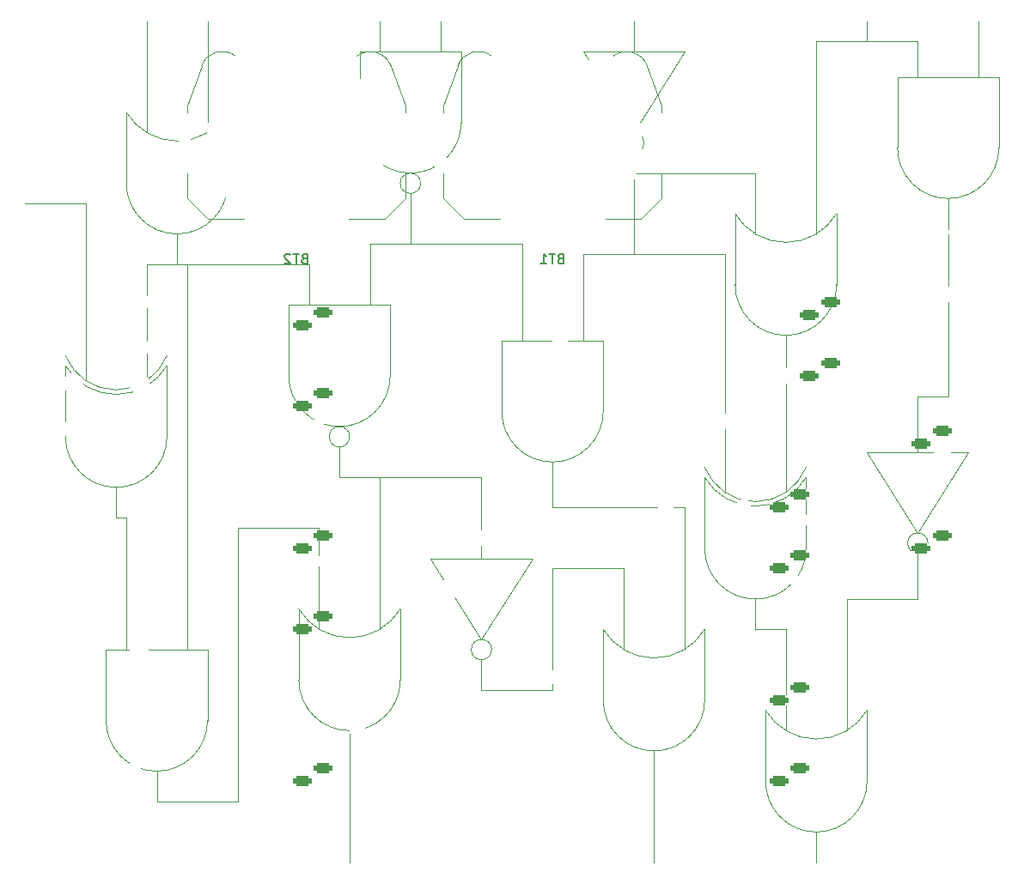
<source format=gbr>
%TF.GenerationSoftware,KiCad,Pcbnew,8.99.0-3415-g545c771fd6*%
%TF.CreationDate,2025-05-14T09:58:28+02:00*%
%TF.ProjectId,logic-solder,6c6f6769-632d-4736-9f6c-6465722e6b69,3*%
%TF.SameCoordinates,Original*%
%TF.FileFunction,Legend,Bot*%
%TF.FilePolarity,Positive*%
%FSLAX46Y46*%
G04 Gerber Fmt 4.6, Leading zero omitted, Abs format (unit mm)*
G04 Created by KiCad (PCBNEW 8.99.0-3415-g545c771fd6) date 2025-05-14 09:58:28*
%MOMM*%
%LPD*%
G01*
G04 APERTURE LIST*
G04 Aperture macros list*
%AMRoundRect*
0 Rectangle with rounded corners*
0 $1 Rounding radius*
0 $2 $3 $4 $5 $6 $7 $8 $9 X,Y pos of 4 corners*
0 Add a 4 corners polygon primitive as box body*
4,1,4,$2,$3,$4,$5,$6,$7,$8,$9,$2,$3,0*
0 Add four circle primitives for the rounded corners*
1,1,$1+$1,$2,$3*
1,1,$1+$1,$4,$5*
1,1,$1+$1,$6,$7*
1,1,$1+$1,$8,$9*
0 Add four rect primitives between the rounded corners*
20,1,$1+$1,$2,$3,$4,$5,0*
20,1,$1+$1,$4,$5,$6,$7,0*
20,1,$1+$1,$6,$7,$8,$9,0*
20,1,$1+$1,$8,$9,$2,$3,0*%
G04 Aperture macros list end*
%ADD10C,0.100000*%
%ADD11C,0.150000*%
%ADD12C,0.120000*%
%ADD13C,1.600000*%
%ADD14O,1.600000X1.600000*%
%ADD15R,1.800000X1.800000*%
%ADD16C,1.800000*%
%ADD17R,1.800000X1.100000*%
%ADD18RoundRect,0.275000X0.625000X-0.275000X0.625000X0.275000X-0.625000X0.275000X-0.625000X-0.275000X0*%
%ADD19C,2.000000*%
%ADD20R,1.270000X5.080000*%
%ADD21C,17.800000*%
G04 APERTURE END LIST*
D10*
X234000000Y-84000000D02*
X234000000Y-94000000D01*
X208000000Y-50000000D02*
X208000000Y-57000000D01*
X233000000Y-53000000D02*
G75*
G02*
X223000000Y-53000000I-5000000J0D01*
G01*
X228000000Y-87000000D02*
X228000000Y-94000000D01*
X231000000Y-45000000D02*
X231000000Y-48000000D01*
X186000000Y-30000000D02*
X186000000Y-37000000D01*
X188000000Y-27000000D02*
X188000000Y-30000000D01*
X213000000Y-50000000D02*
X208000000Y-50000000D01*
X205000000Y-75000000D02*
X218000000Y-75000000D01*
X159000000Y-59950000D02*
X159000000Y-45000000D01*
X187000000Y-52000000D02*
X187000000Y-49000000D01*
X171000000Y-35000000D02*
X171000000Y-38000000D01*
X169000000Y-86000000D02*
X169000000Y-89000000D01*
X244000000Y-64000000D02*
X241000000Y-64000000D01*
X166999998Y-61000000D02*
X167000000Y-68000000D01*
X198000000Y-93000000D02*
X205000000Y-93000000D01*
X188000000Y-72000000D02*
X188000000Y-84500000D01*
X198000000Y-90000000D02*
X198000000Y-93000000D01*
X241000000Y-29000000D02*
X241000000Y-30000000D01*
X162000000Y-76000000D02*
X163000000Y-76000000D01*
X165000000Y-60000000D02*
X165000000Y-62450000D01*
X241000000Y-84000000D02*
X234000000Y-84000000D01*
X228000000Y-58000000D02*
X228000000Y-61000000D01*
X249000000Y-32500000D02*
X249000000Y-39500000D01*
X192000000Y-43000000D02*
G75*
G02*
X190000000Y-43000000I-1000000J0D01*
G01*
X190000000Y-43000000D02*
G75*
G02*
X192000000Y-43000000I1000000J0D01*
G01*
X226000000Y-95000000D02*
X226000000Y-102000000D01*
X199000000Y-89000000D02*
G75*
G02*
X197000000Y-89000000I-1000000J0D01*
G01*
X197000000Y-89000000D02*
G75*
G02*
X199000000Y-89000000I1000000J0D01*
G01*
X189999998Y-85000000D02*
X190000000Y-92000000D01*
X220000000Y-94000000D02*
G75*
G02*
X210000000Y-94000000I-5000000J0D01*
G01*
X225000000Y-45000000D02*
X225000000Y-42000000D01*
X208000000Y-30000000D02*
X213000000Y-38000000D01*
X230000000Y-79025000D02*
G75*
G02*
X220000000Y-79025000I-5000000J0D01*
G01*
X205000000Y-93000000D02*
X205000000Y-81000000D01*
X174000000Y-104000000D02*
X174000000Y-77000000D01*
X218000000Y-75000000D02*
X218000000Y-86000000D01*
X200000000Y-58500000D02*
X200000000Y-65500000D01*
X231000000Y-45000000D02*
X231000000Y-29000000D01*
X241000000Y-64000000D02*
X241000000Y-66500000D01*
X228000000Y-71025000D02*
X228000000Y-73475000D01*
X241000000Y-82500000D02*
X241000000Y-84000000D01*
X166000000Y-101000000D02*
X166000000Y-104000000D01*
X236000000Y-69500000D02*
X241000000Y-77500000D01*
X196000000Y-37000000D02*
G75*
G02*
X186000000Y-37000000I-5000000J0D01*
G01*
X173000000Y-43000000D02*
G75*
G02*
X163000000Y-43000000I-5000000J0D01*
G01*
X241000000Y-66500000D02*
X241000000Y-69500000D01*
X215000000Y-99000000D02*
X215000000Y-102000000D01*
X220000000Y-72025000D02*
X220000000Y-79025000D01*
X167000000Y-60000000D02*
G75*
G02*
X157000000Y-60000000I-5000000J2000000D01*
G01*
X173000000Y-36000000D02*
G75*
G02*
X163000000Y-36000000I-5000000J3000000D01*
G01*
X190000000Y-92000000D02*
G75*
G02*
X180000000Y-92000000I-5000000J0D01*
G01*
X247000000Y-30000000D02*
X247000000Y-27000000D01*
X225000000Y-45000000D02*
X225000000Y-48000000D01*
X230000000Y-72025000D02*
G75*
G02*
X220000000Y-72025000I-5000000J3000000D01*
G01*
X219999998Y-87000000D02*
X220000000Y-94000000D01*
X249000000Y-32500000D02*
X239000000Y-32500000D01*
X225000000Y-84025000D02*
X225000000Y-87025000D01*
X161000000Y-89000000D02*
X161000000Y-96000000D01*
X189000000Y-55000000D02*
X189000000Y-62000000D01*
X171000000Y-89000000D02*
X171000000Y-96000000D01*
X232999998Y-46000000D02*
X233000000Y-53000000D01*
X196000000Y-30000000D02*
X196000000Y-37000000D01*
X210000000Y-87000000D02*
X210000000Y-94000000D01*
X162000000Y-73000000D02*
X162000000Y-76000000D01*
X167000000Y-61000000D02*
G75*
G02*
X157000000Y-61000000I-5000000J3000000D01*
G01*
X213000000Y-38000000D02*
X218000000Y-30000000D01*
X242000000Y-78500000D02*
G75*
G02*
X240000000Y-78500000I-1000000J0D01*
G01*
X240000000Y-78500000D02*
G75*
G02*
X242000000Y-78500000I1000000J0D01*
G01*
X215000000Y-102000000D02*
X215000000Y-110000000D01*
X187000000Y-49000000D02*
X191000000Y-49000000D01*
X239000000Y-32500000D02*
X239000000Y-39500000D01*
X220000000Y-87000000D02*
G75*
G02*
X210000000Y-87000000I-5000000J3000000D01*
G01*
X165000000Y-51000000D02*
X165000000Y-60000000D01*
X222000000Y-70975000D02*
X222000000Y-73475000D01*
X203000000Y-80000000D02*
X193000000Y-80000000D01*
X182000000Y-77000000D02*
X182000000Y-84000000D01*
X212000000Y-86000000D02*
X212000000Y-89000000D01*
X159000000Y-59950000D02*
X159000000Y-62450000D01*
X228000000Y-61000000D02*
X228000000Y-71000000D01*
X157000000Y-61000000D02*
X157000000Y-68000000D01*
X241000000Y-79500000D02*
X241000000Y-82500000D01*
X205000000Y-70500000D02*
X205000000Y-73500000D01*
X189000000Y-55000000D02*
X179000000Y-55000000D01*
X213000000Y-40000000D02*
X213000000Y-43000000D01*
X229999998Y-72025000D02*
X230000000Y-79025000D01*
X225000000Y-87000000D02*
X228000000Y-87000000D01*
X249000000Y-39500000D02*
G75*
G02*
X239000000Y-39500000I-5000000J0D01*
G01*
X185000000Y-97000000D02*
X185000000Y-100000000D01*
X172999998Y-36000000D02*
X173000000Y-43000000D01*
X184000000Y-72000000D02*
X198000000Y-72000000D01*
X213000000Y-50000000D02*
X222000000Y-50000000D01*
X188000000Y-84000000D02*
X188000000Y-87000000D01*
X191000000Y-49000000D02*
X202000000Y-49000000D01*
X210000000Y-65500000D02*
G75*
G02*
X200000000Y-65500000I-5000000J0D01*
G01*
X168000000Y-48000000D02*
X168000000Y-51000000D01*
X181000000Y-52000000D02*
X181000000Y-55000000D01*
X181000000Y-51000000D02*
X168000000Y-51000000D01*
X180000000Y-85000000D02*
X180000000Y-92000000D01*
X171000000Y-89000000D02*
X161000000Y-89000000D01*
X182000000Y-84000000D02*
X182000000Y-87000000D01*
X218000000Y-30000000D02*
X208000000Y-30000000D01*
X163000000Y-76000000D02*
X163000000Y-87500000D01*
X210000000Y-58500000D02*
X200000000Y-58500000D01*
X190000000Y-85000000D02*
G75*
G02*
X180000000Y-85000000I-5000000J3000000D01*
G01*
X165000000Y-35000000D02*
X165000000Y-27000000D01*
X163000000Y-36000000D02*
X163000000Y-43000000D01*
X210000000Y-58500000D02*
X210000000Y-65500000D01*
X231000000Y-29000000D02*
X241000000Y-29000000D01*
X187000000Y-52000000D02*
X187000000Y-55000000D01*
X165000000Y-35000000D02*
X165000000Y-38000000D01*
X198000000Y-77000000D02*
X198000000Y-80000000D01*
X236000000Y-102000000D02*
G75*
G02*
X226000000Y-102000000I-5000000J0D01*
G01*
X218000000Y-86000000D02*
X218000000Y-89000000D01*
X222000000Y-50000000D02*
X222000000Y-71000000D01*
X202000000Y-49000000D02*
X202000000Y-57000000D01*
X189000000Y-62000000D02*
G75*
G02*
X179000000Y-62000000I-5000000J0D01*
G01*
X191000000Y-44000000D02*
X191000000Y-47000000D01*
X166000000Y-104000000D02*
X174000000Y-104000000D01*
X244000000Y-48000000D02*
X244000000Y-64000000D01*
X208000000Y-55500000D02*
X208000000Y-58500000D01*
X235999998Y-95000000D02*
X236000000Y-102000000D01*
X231000000Y-107000000D02*
X231000000Y-110000000D01*
X246000000Y-69500000D02*
X236000000Y-69500000D01*
X179000000Y-55000000D02*
X179000000Y-62000000D01*
X241000000Y-29500000D02*
X241000000Y-32500000D01*
X169000000Y-86000000D02*
X169000000Y-51000000D01*
X213000000Y-27000000D02*
X213000000Y-30000000D01*
X171000000Y-35000000D02*
X171000000Y-27000000D01*
X225000000Y-42000000D02*
X213000000Y-42000000D01*
X223000000Y-46000000D02*
X223000000Y-53000000D01*
X233000000Y-46000000D02*
G75*
G02*
X223000000Y-46000000I-5000000J3000000D01*
G01*
X214000000Y-39000000D02*
G75*
G02*
X212000000Y-39000000I-1000000J0D01*
G01*
X212000000Y-39000000D02*
G75*
G02*
X214000000Y-39000000I1000000J0D01*
G01*
X247000000Y-29500000D02*
X247000000Y-32500000D01*
X185000000Y-100000000D02*
X185000000Y-110000000D01*
X168000000Y-51000000D02*
X165000000Y-51000000D01*
X198000000Y-88000000D02*
X203000000Y-80000000D01*
X236000000Y-95000000D02*
G75*
G02*
X226000000Y-95000000I-5000000J3000000D01*
G01*
X181000000Y-52000000D02*
X181000000Y-51000000D01*
X230000000Y-71025000D02*
G75*
G02*
X220000000Y-71025000I-5000000J2000000D01*
G01*
X234000000Y-94000000D02*
X234000000Y-97000000D01*
X205000000Y-73500000D02*
X205000000Y-75000000D01*
X236000000Y-29000000D02*
X236000000Y-27000000D01*
X194000000Y-27000000D02*
X194000000Y-30000000D01*
X163000000Y-86000000D02*
X163000000Y-89000000D01*
X244000000Y-44500000D02*
X244000000Y-47500000D01*
X228000000Y-94000000D02*
X228000000Y-97000000D01*
X184000000Y-69000000D02*
X184000000Y-72000000D01*
X198000000Y-72000000D02*
X198000000Y-77000000D01*
X191000000Y-49000000D02*
X191000000Y-47000000D01*
X167000000Y-68000000D02*
G75*
G02*
X157000000Y-68000000I-5000000J0D01*
G01*
X174000000Y-77000000D02*
X182000000Y-77000000D01*
X185000000Y-68000000D02*
G75*
G02*
X183000000Y-68000000I-1000000J0D01*
G01*
X183000000Y-68000000D02*
G75*
G02*
X185000000Y-68000000I1000000J0D01*
G01*
X205000000Y-81000000D02*
X212000000Y-81000000D01*
X159000000Y-45000000D02*
X153000000Y-45000000D01*
X212000000Y-81000000D02*
X212000000Y-86000000D01*
X241000000Y-77500000D02*
X246000000Y-69500000D01*
X202000000Y-55500000D02*
X202000000Y-58500000D01*
X213000000Y-43000000D02*
X213000000Y-50000000D01*
X196000000Y-30000000D02*
X186000000Y-30000000D01*
X193000000Y-80000000D02*
X198000000Y-88000000D01*
X171000000Y-96000000D02*
G75*
G02*
X161000000Y-96000000I-5000000J0D01*
G01*
D11*
X205785714Y-50431009D02*
X205642857Y-50478628D01*
X205642857Y-50478628D02*
X205595238Y-50526247D01*
X205595238Y-50526247D02*
X205547619Y-50621485D01*
X205547619Y-50621485D02*
X205547619Y-50764342D01*
X205547619Y-50764342D02*
X205595238Y-50859580D01*
X205595238Y-50859580D02*
X205642857Y-50907200D01*
X205642857Y-50907200D02*
X205738095Y-50954819D01*
X205738095Y-50954819D02*
X206119047Y-50954819D01*
X206119047Y-50954819D02*
X206119047Y-49954819D01*
X206119047Y-49954819D02*
X205785714Y-49954819D01*
X205785714Y-49954819D02*
X205690476Y-50002438D01*
X205690476Y-50002438D02*
X205642857Y-50050057D01*
X205642857Y-50050057D02*
X205595238Y-50145295D01*
X205595238Y-50145295D02*
X205595238Y-50240533D01*
X205595238Y-50240533D02*
X205642857Y-50335771D01*
X205642857Y-50335771D02*
X205690476Y-50383390D01*
X205690476Y-50383390D02*
X205785714Y-50431009D01*
X205785714Y-50431009D02*
X206119047Y-50431009D01*
X205261904Y-49954819D02*
X204690476Y-49954819D01*
X204976190Y-50954819D02*
X204976190Y-49954819D01*
X203833333Y-50954819D02*
X204404761Y-50954819D01*
X204119047Y-50954819D02*
X204119047Y-49954819D01*
X204119047Y-49954819D02*
X204214285Y-50097676D01*
X204214285Y-50097676D02*
X204309523Y-50192914D01*
X204309523Y-50192914D02*
X204404761Y-50240533D01*
X180535714Y-50431010D02*
X180392857Y-50478629D01*
X180392857Y-50478629D02*
X180345238Y-50526248D01*
X180345238Y-50526248D02*
X180297619Y-50621486D01*
X180297619Y-50621486D02*
X180297619Y-50764343D01*
X180297619Y-50764343D02*
X180345238Y-50859581D01*
X180345238Y-50859581D02*
X180392857Y-50907201D01*
X180392857Y-50907201D02*
X180488095Y-50954820D01*
X180488095Y-50954820D02*
X180869047Y-50954820D01*
X180869047Y-50954820D02*
X180869047Y-49954820D01*
X180869047Y-49954820D02*
X180535714Y-49954820D01*
X180535714Y-49954820D02*
X180440476Y-50002439D01*
X180440476Y-50002439D02*
X180392857Y-50050058D01*
X180392857Y-50050058D02*
X180345238Y-50145296D01*
X180345238Y-50145296D02*
X180345238Y-50240534D01*
X180345238Y-50240534D02*
X180392857Y-50335772D01*
X180392857Y-50335772D02*
X180440476Y-50383391D01*
X180440476Y-50383391D02*
X180535714Y-50431010D01*
X180535714Y-50431010D02*
X180869047Y-50431010D01*
X180011904Y-49954820D02*
X179440476Y-49954820D01*
X179726190Y-50954820D02*
X179726190Y-49954820D01*
X179154761Y-50050058D02*
X179107142Y-50002439D01*
X179107142Y-50002439D02*
X179011904Y-49954820D01*
X179011904Y-49954820D02*
X178773809Y-49954820D01*
X178773809Y-49954820D02*
X178678571Y-50002439D01*
X178678571Y-50002439D02*
X178630952Y-50050058D01*
X178630952Y-50050058D02*
X178583333Y-50145296D01*
X178583333Y-50145296D02*
X178583333Y-50240534D01*
X178583333Y-50240534D02*
X178630952Y-50383391D01*
X178630952Y-50383391D02*
X179202380Y-50954820D01*
X179202380Y-50954820D02*
X178583333Y-50954820D01*
D12*
%TO.C,BT1*%
X194220000Y-35370000D02*
X195660000Y-31420000D01*
X194220000Y-36000000D02*
X194220000Y-35370000D01*
X194220000Y-44460000D02*
X194220000Y-42000000D01*
X196300000Y-46540000D02*
X194220000Y-44460000D01*
X199800000Y-46540000D02*
X196300000Y-46540000D01*
X213700000Y-46540000D02*
X210200000Y-46540000D01*
X213700000Y-46540000D02*
X215780000Y-44460000D01*
X215780000Y-35370000D02*
X214340000Y-31420000D01*
X215780000Y-36000000D02*
X215780000Y-35370000D01*
X215780000Y-44460000D02*
X215780000Y-42000000D01*
X195660000Y-31420000D02*
G75*
G02*
X198996646Y-30433470I2030000J-730001D01*
G01*
X211000000Y-30450000D02*
G75*
G02*
X214325243Y-31411831I1310000J-1700000D01*
G01*
%TO.C,BT2*%
X168970000Y-35370001D02*
X170410000Y-31420001D01*
X168970000Y-36000001D02*
X168970000Y-35370001D01*
X168970000Y-44460001D02*
X168970000Y-42000001D01*
X171050000Y-46540001D02*
X168970000Y-44460001D01*
X174550000Y-46540001D02*
X171050000Y-46540001D01*
X188450000Y-46540001D02*
X184950000Y-46540001D01*
X188450000Y-46540001D02*
X190530000Y-44460001D01*
X190530000Y-35370001D02*
X189090000Y-31420001D01*
X190530000Y-36000001D02*
X190530000Y-35370001D01*
X190530000Y-44460001D02*
X190530000Y-42000001D01*
X170410000Y-31420001D02*
G75*
G02*
X173746646Y-30433471I2030000J-730001D01*
G01*
X185750000Y-30450001D02*
G75*
G02*
X189075243Y-31411832I1310000J-1700000D01*
G01*
%TD*%
%LPC*%
D13*
%TO.C,R20*%
X199000000Y-105620000D03*
D14*
X199000000Y-98000000D03*
%TD*%
D15*
%TO.C,D3*%
X195000000Y-83000000D03*
D16*
X192460000Y-83000000D03*
%TD*%
D17*
%TO.C,Q3*%
X232400000Y-57270000D03*
D18*
X230330000Y-56000000D03*
X232400000Y-54730000D03*
%TD*%
D15*
%TO.C,D2*%
X240000000Y-60000000D03*
D16*
X242540000Y-60000000D03*
%TD*%
D13*
%TO.C,R10*%
X224810000Y-71000000D03*
D14*
X217190000Y-71000000D03*
%TD*%
D19*
%TO.C,SW7*%
X212250000Y-96250000D03*
X205750000Y-96250000D03*
X212250000Y-91750000D03*
X205750000Y-91750000D03*
%TD*%
D15*
%TO.C,D5*%
X195000000Y-102000000D03*
D16*
X192460000Y-102000000D03*
%TD*%
D17*
%TO.C,Q6*%
X182400000Y-80270000D03*
D18*
X180330000Y-79000000D03*
X182400000Y-77730000D03*
%TD*%
D17*
%TO.C,Q5*%
X243400000Y-70000000D03*
D18*
X241330000Y-68730000D03*
X243400000Y-67460000D03*
%TD*%
D13*
%TO.C,R13*%
X216190000Y-75000000D03*
D14*
X223810000Y-75000000D03*
%TD*%
D13*
%TO.C,R14*%
X216190000Y-81000000D03*
D14*
X223810000Y-81000000D03*
%TD*%
D19*
%TO.C,SW6*%
X164250000Y-89250000D03*
X157750000Y-89250000D03*
X164250000Y-84750000D03*
X157750000Y-84750000D03*
%TD*%
D15*
%TO.C,D4*%
X243000000Y-97000000D03*
D16*
X240460000Y-97000000D03*
%TD*%
D17*
%TO.C,Q13*%
X229400000Y-103270000D03*
D18*
X227330000Y-102000000D03*
X229400000Y-100730000D03*
%TD*%
D13*
%TO.C,R8*%
X170190000Y-79000000D03*
D14*
X177810000Y-79000000D03*
%TD*%
D13*
%TO.C,R19*%
X247000000Y-102620000D03*
D14*
X247000000Y-95000000D03*
%TD*%
D19*
%TO.C,SW9*%
X212250000Y-104250000D03*
X205750000Y-104250000D03*
X212250000Y-99750000D03*
X205750000Y-99750000D03*
%TD*%
D13*
%TO.C,R15*%
X245000000Y-91000000D03*
D14*
X237380000Y-91000000D03*
%TD*%
D19*
%TO.C,SW5*%
X164250000Y-81250000D03*
X157750000Y-81250000D03*
X164250000Y-76750000D03*
X157750000Y-76750000D03*
%TD*%
%TO.C,SW2*%
X164250000Y-67250000D03*
X157750000Y-67250000D03*
X164250000Y-62750000D03*
X157750000Y-62750000D03*
%TD*%
D17*
%TO.C,Q4*%
X232400000Y-63270000D03*
D18*
X230330000Y-62000000D03*
X232400000Y-60730000D03*
%TD*%
D13*
%TO.C,R6*%
X247000000Y-56190000D03*
D14*
X247000000Y-63810000D03*
%TD*%
D13*
%TO.C,R4*%
X236190000Y-54000000D03*
D14*
X243810000Y-54000000D03*
%TD*%
D13*
%TO.C,R21*%
X217190000Y-102000000D03*
D14*
X224810000Y-102000000D03*
%TD*%
D13*
%TO.C,R22*%
X229620000Y-66500000D03*
D14*
X222000000Y-66500000D03*
%TD*%
D17*
%TO.C,Q10*%
X229400000Y-82270000D03*
D18*
X227330000Y-81000000D03*
X229400000Y-79730000D03*
%TD*%
D17*
%TO.C,Q7*%
X182400000Y-88270000D03*
D18*
X180330000Y-87000000D03*
X182400000Y-85730000D03*
%TD*%
D17*
%TO.C,Q8*%
X243400000Y-80270000D03*
D18*
X241330000Y-79000000D03*
X243400000Y-77730000D03*
%TD*%
D13*
%TO.C,R18*%
X170190000Y-102000000D03*
D14*
X177810000Y-102000000D03*
%TD*%
D13*
%TO.C,R9*%
X190190000Y-78000000D03*
D14*
X197810000Y-78000000D03*
%TD*%
D13*
%TO.C,R17*%
X217190000Y-94000000D03*
D14*
X224810000Y-94000000D03*
%TD*%
D17*
%TO.C,Q11*%
X229400000Y-95270000D03*
D18*
X227330000Y-94000000D03*
X229400000Y-92730000D03*
%TD*%
D17*
%TO.C,Q9*%
X229400000Y-76270000D03*
D18*
X227330000Y-75000000D03*
X229400000Y-73730000D03*
%TD*%
D17*
%TO.C,Q12*%
X182400000Y-103270000D03*
D18*
X180330000Y-102000000D03*
X182400000Y-100730000D03*
%TD*%
D13*
%TO.C,R7*%
X220190000Y-62000000D03*
D14*
X227810000Y-62000000D03*
%TD*%
D13*
%TO.C,R12*%
X236000000Y-71190000D03*
D14*
X236000000Y-78810000D03*
%TD*%
D13*
%TO.C,R5*%
X220190000Y-56000000D03*
D14*
X227810000Y-56000000D03*
%TD*%
D19*
%TO.C,SW3*%
X212250000Y-59250000D03*
X205750000Y-59250000D03*
X212250000Y-54750000D03*
X205750000Y-54750000D03*
%TD*%
%TO.C,SW1*%
X164250000Y-59250000D03*
X157750000Y-59250000D03*
X164250000Y-54750000D03*
X157750000Y-54750000D03*
%TD*%
D13*
%TO.C,R11*%
X170190000Y-87000000D03*
D14*
X177810000Y-87000000D03*
%TD*%
D13*
%TO.C,R16*%
X185810000Y-97000000D03*
D14*
X178190000Y-97000000D03*
%TD*%
D19*
%TO.C,SW8*%
X164250000Y-104250000D03*
X157750000Y-104250000D03*
X164250000Y-99750000D03*
X157750000Y-99750000D03*
%TD*%
%TO.C,SW4*%
X212250000Y-67250000D03*
X205750000Y-67250000D03*
X212250000Y-62750000D03*
X205750000Y-62750000D03*
%TD*%
D20*
%TO.C,BT1*%
X194015000Y-39000000D03*
X215985000Y-39000000D03*
D21*
X205000000Y-39000000D03*
%TD*%
D20*
%TO.C,BT2*%
X168765000Y-39000001D03*
X190735000Y-39000001D03*
D21*
X179750000Y-39000001D03*
%TD*%
D15*
%TO.C,D1*%
X195000000Y-61000000D03*
D16*
X192460000Y-61000000D03*
%TD*%
D13*
%TO.C,R1*%
X170190000Y-57000000D03*
D14*
X177810000Y-57000000D03*
%TD*%
D13*
%TO.C,R3*%
X170190000Y-65000000D03*
D14*
X177810000Y-65000000D03*
%TD*%
D17*
%TO.C,Q2*%
X182400000Y-66270000D03*
D18*
X180330000Y-65000000D03*
X182400000Y-63730000D03*
%TD*%
D13*
%TO.C,R2*%
X190190000Y-56000000D03*
D14*
X197810000Y-56000000D03*
%TD*%
D17*
%TO.C,Q1*%
X182400000Y-58270000D03*
D18*
X180330000Y-57000000D03*
X182400000Y-55730000D03*
%TD*%
%LPD*%
M02*

</source>
